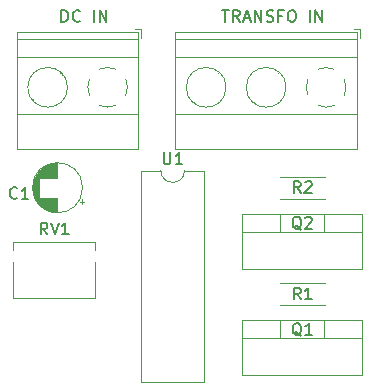
<source format=gbr>
%TF.GenerationSoftware,KiCad,Pcbnew,8.0.5*%
%TF.CreationDate,2024-12-29T01:36:02+03:00*%
%TF.ProjectId,DC to AC CD4047,44432074-6f20-4414-9320-434434303437,v01*%
%TF.SameCoordinates,Original*%
%TF.FileFunction,Legend,Top*%
%TF.FilePolarity,Positive*%
%FSLAX46Y46*%
G04 Gerber Fmt 4.6, Leading zero omitted, Abs format (unit mm)*
G04 Created by KiCad (PCBNEW 8.0.5) date 2024-12-29 01:36:02*
%MOMM*%
%LPD*%
G01*
G04 APERTURE LIST*
%ADD10C,0.150000*%
%ADD11C,0.120000*%
G04 APERTURE END LIST*
D10*
X136748095Y-76999819D02*
X136748095Y-77809342D01*
X136748095Y-77809342D02*
X136795714Y-77904580D01*
X136795714Y-77904580D02*
X136843333Y-77952200D01*
X136843333Y-77952200D02*
X136938571Y-77999819D01*
X136938571Y-77999819D02*
X137129047Y-77999819D01*
X137129047Y-77999819D02*
X137224285Y-77952200D01*
X137224285Y-77952200D02*
X137271904Y-77904580D01*
X137271904Y-77904580D02*
X137319523Y-77809342D01*
X137319523Y-77809342D02*
X137319523Y-76999819D01*
X138319523Y-77999819D02*
X137748095Y-77999819D01*
X138033809Y-77999819D02*
X138033809Y-76999819D01*
X138033809Y-76999819D02*
X137938571Y-77142676D01*
X137938571Y-77142676D02*
X137843333Y-77237914D01*
X137843333Y-77237914D02*
X137748095Y-77285533D01*
X126889761Y-83959819D02*
X126556428Y-83483628D01*
X126318333Y-83959819D02*
X126318333Y-82959819D01*
X126318333Y-82959819D02*
X126699285Y-82959819D01*
X126699285Y-82959819D02*
X126794523Y-83007438D01*
X126794523Y-83007438D02*
X126842142Y-83055057D01*
X126842142Y-83055057D02*
X126889761Y-83150295D01*
X126889761Y-83150295D02*
X126889761Y-83293152D01*
X126889761Y-83293152D02*
X126842142Y-83388390D01*
X126842142Y-83388390D02*
X126794523Y-83436009D01*
X126794523Y-83436009D02*
X126699285Y-83483628D01*
X126699285Y-83483628D02*
X126318333Y-83483628D01*
X127175476Y-82959819D02*
X127508809Y-83959819D01*
X127508809Y-83959819D02*
X127842142Y-82959819D01*
X128699285Y-83959819D02*
X128127857Y-83959819D01*
X128413571Y-83959819D02*
X128413571Y-82959819D01*
X128413571Y-82959819D02*
X128318333Y-83102676D01*
X128318333Y-83102676D02*
X128223095Y-83197914D01*
X128223095Y-83197914D02*
X128127857Y-83245533D01*
X148333333Y-80454819D02*
X148000000Y-79978628D01*
X147761905Y-80454819D02*
X147761905Y-79454819D01*
X147761905Y-79454819D02*
X148142857Y-79454819D01*
X148142857Y-79454819D02*
X148238095Y-79502438D01*
X148238095Y-79502438D02*
X148285714Y-79550057D01*
X148285714Y-79550057D02*
X148333333Y-79645295D01*
X148333333Y-79645295D02*
X148333333Y-79788152D01*
X148333333Y-79788152D02*
X148285714Y-79883390D01*
X148285714Y-79883390D02*
X148238095Y-79931009D01*
X148238095Y-79931009D02*
X148142857Y-79978628D01*
X148142857Y-79978628D02*
X147761905Y-79978628D01*
X148714286Y-79550057D02*
X148761905Y-79502438D01*
X148761905Y-79502438D02*
X148857143Y-79454819D01*
X148857143Y-79454819D02*
X149095238Y-79454819D01*
X149095238Y-79454819D02*
X149190476Y-79502438D01*
X149190476Y-79502438D02*
X149238095Y-79550057D01*
X149238095Y-79550057D02*
X149285714Y-79645295D01*
X149285714Y-79645295D02*
X149285714Y-79740533D01*
X149285714Y-79740533D02*
X149238095Y-79883390D01*
X149238095Y-79883390D02*
X148666667Y-80454819D01*
X148666667Y-80454819D02*
X149285714Y-80454819D01*
X148333333Y-89454819D02*
X148000000Y-88978628D01*
X147761905Y-89454819D02*
X147761905Y-88454819D01*
X147761905Y-88454819D02*
X148142857Y-88454819D01*
X148142857Y-88454819D02*
X148238095Y-88502438D01*
X148238095Y-88502438D02*
X148285714Y-88550057D01*
X148285714Y-88550057D02*
X148333333Y-88645295D01*
X148333333Y-88645295D02*
X148333333Y-88788152D01*
X148333333Y-88788152D02*
X148285714Y-88883390D01*
X148285714Y-88883390D02*
X148238095Y-88931009D01*
X148238095Y-88931009D02*
X148142857Y-88978628D01*
X148142857Y-88978628D02*
X147761905Y-88978628D01*
X149285714Y-89454819D02*
X148714286Y-89454819D01*
X149000000Y-89454819D02*
X149000000Y-88454819D01*
X149000000Y-88454819D02*
X148904762Y-88597676D01*
X148904762Y-88597676D02*
X148809524Y-88692914D01*
X148809524Y-88692914D02*
X148714286Y-88740533D01*
X148404761Y-83550057D02*
X148309523Y-83502438D01*
X148309523Y-83502438D02*
X148214285Y-83407200D01*
X148214285Y-83407200D02*
X148071428Y-83264342D01*
X148071428Y-83264342D02*
X147976190Y-83216723D01*
X147976190Y-83216723D02*
X147880952Y-83216723D01*
X147928571Y-83454819D02*
X147833333Y-83407200D01*
X147833333Y-83407200D02*
X147738095Y-83311961D01*
X147738095Y-83311961D02*
X147690476Y-83121485D01*
X147690476Y-83121485D02*
X147690476Y-82788152D01*
X147690476Y-82788152D02*
X147738095Y-82597676D01*
X147738095Y-82597676D02*
X147833333Y-82502438D01*
X147833333Y-82502438D02*
X147928571Y-82454819D01*
X147928571Y-82454819D02*
X148119047Y-82454819D01*
X148119047Y-82454819D02*
X148214285Y-82502438D01*
X148214285Y-82502438D02*
X148309523Y-82597676D01*
X148309523Y-82597676D02*
X148357142Y-82788152D01*
X148357142Y-82788152D02*
X148357142Y-83121485D01*
X148357142Y-83121485D02*
X148309523Y-83311961D01*
X148309523Y-83311961D02*
X148214285Y-83407200D01*
X148214285Y-83407200D02*
X148119047Y-83454819D01*
X148119047Y-83454819D02*
X147928571Y-83454819D01*
X148738095Y-82550057D02*
X148785714Y-82502438D01*
X148785714Y-82502438D02*
X148880952Y-82454819D01*
X148880952Y-82454819D02*
X149119047Y-82454819D01*
X149119047Y-82454819D02*
X149214285Y-82502438D01*
X149214285Y-82502438D02*
X149261904Y-82550057D01*
X149261904Y-82550057D02*
X149309523Y-82645295D01*
X149309523Y-82645295D02*
X149309523Y-82740533D01*
X149309523Y-82740533D02*
X149261904Y-82883390D01*
X149261904Y-82883390D02*
X148690476Y-83454819D01*
X148690476Y-83454819D02*
X149309523Y-83454819D01*
X148404761Y-92550057D02*
X148309523Y-92502438D01*
X148309523Y-92502438D02*
X148214285Y-92407200D01*
X148214285Y-92407200D02*
X148071428Y-92264342D01*
X148071428Y-92264342D02*
X147976190Y-92216723D01*
X147976190Y-92216723D02*
X147880952Y-92216723D01*
X147928571Y-92454819D02*
X147833333Y-92407200D01*
X147833333Y-92407200D02*
X147738095Y-92311961D01*
X147738095Y-92311961D02*
X147690476Y-92121485D01*
X147690476Y-92121485D02*
X147690476Y-91788152D01*
X147690476Y-91788152D02*
X147738095Y-91597676D01*
X147738095Y-91597676D02*
X147833333Y-91502438D01*
X147833333Y-91502438D02*
X147928571Y-91454819D01*
X147928571Y-91454819D02*
X148119047Y-91454819D01*
X148119047Y-91454819D02*
X148214285Y-91502438D01*
X148214285Y-91502438D02*
X148309523Y-91597676D01*
X148309523Y-91597676D02*
X148357142Y-91788152D01*
X148357142Y-91788152D02*
X148357142Y-92121485D01*
X148357142Y-92121485D02*
X148309523Y-92311961D01*
X148309523Y-92311961D02*
X148214285Y-92407200D01*
X148214285Y-92407200D02*
X148119047Y-92454819D01*
X148119047Y-92454819D02*
X147928571Y-92454819D01*
X149309523Y-92454819D02*
X148738095Y-92454819D01*
X149023809Y-92454819D02*
X149023809Y-91454819D01*
X149023809Y-91454819D02*
X148928571Y-91597676D01*
X148928571Y-91597676D02*
X148833333Y-91692914D01*
X148833333Y-91692914D02*
X148738095Y-91740533D01*
X128095238Y-65954819D02*
X128095238Y-64954819D01*
X128095238Y-64954819D02*
X128333333Y-64954819D01*
X128333333Y-64954819D02*
X128476190Y-65002438D01*
X128476190Y-65002438D02*
X128571428Y-65097676D01*
X128571428Y-65097676D02*
X128619047Y-65192914D01*
X128619047Y-65192914D02*
X128666666Y-65383390D01*
X128666666Y-65383390D02*
X128666666Y-65526247D01*
X128666666Y-65526247D02*
X128619047Y-65716723D01*
X128619047Y-65716723D02*
X128571428Y-65811961D01*
X128571428Y-65811961D02*
X128476190Y-65907200D01*
X128476190Y-65907200D02*
X128333333Y-65954819D01*
X128333333Y-65954819D02*
X128095238Y-65954819D01*
X129666666Y-65859580D02*
X129619047Y-65907200D01*
X129619047Y-65907200D02*
X129476190Y-65954819D01*
X129476190Y-65954819D02*
X129380952Y-65954819D01*
X129380952Y-65954819D02*
X129238095Y-65907200D01*
X129238095Y-65907200D02*
X129142857Y-65811961D01*
X129142857Y-65811961D02*
X129095238Y-65716723D01*
X129095238Y-65716723D02*
X129047619Y-65526247D01*
X129047619Y-65526247D02*
X129047619Y-65383390D01*
X129047619Y-65383390D02*
X129095238Y-65192914D01*
X129095238Y-65192914D02*
X129142857Y-65097676D01*
X129142857Y-65097676D02*
X129238095Y-65002438D01*
X129238095Y-65002438D02*
X129380952Y-64954819D01*
X129380952Y-64954819D02*
X129476190Y-64954819D01*
X129476190Y-64954819D02*
X129619047Y-65002438D01*
X129619047Y-65002438D02*
X129666666Y-65050057D01*
X130857143Y-65954819D02*
X130857143Y-64954819D01*
X131333333Y-65954819D02*
X131333333Y-64954819D01*
X131333333Y-64954819D02*
X131904761Y-65954819D01*
X131904761Y-65954819D02*
X131904761Y-64954819D01*
X141690476Y-64954819D02*
X142261904Y-64954819D01*
X141976190Y-65954819D02*
X141976190Y-64954819D01*
X143166666Y-65954819D02*
X142833333Y-65478628D01*
X142595238Y-65954819D02*
X142595238Y-64954819D01*
X142595238Y-64954819D02*
X142976190Y-64954819D01*
X142976190Y-64954819D02*
X143071428Y-65002438D01*
X143071428Y-65002438D02*
X143119047Y-65050057D01*
X143119047Y-65050057D02*
X143166666Y-65145295D01*
X143166666Y-65145295D02*
X143166666Y-65288152D01*
X143166666Y-65288152D02*
X143119047Y-65383390D01*
X143119047Y-65383390D02*
X143071428Y-65431009D01*
X143071428Y-65431009D02*
X142976190Y-65478628D01*
X142976190Y-65478628D02*
X142595238Y-65478628D01*
X143547619Y-65669104D02*
X144023809Y-65669104D01*
X143452381Y-65954819D02*
X143785714Y-64954819D01*
X143785714Y-64954819D02*
X144119047Y-65954819D01*
X144452381Y-65954819D02*
X144452381Y-64954819D01*
X144452381Y-64954819D02*
X145023809Y-65954819D01*
X145023809Y-65954819D02*
X145023809Y-64954819D01*
X145452381Y-65907200D02*
X145595238Y-65954819D01*
X145595238Y-65954819D02*
X145833333Y-65954819D01*
X145833333Y-65954819D02*
X145928571Y-65907200D01*
X145928571Y-65907200D02*
X145976190Y-65859580D01*
X145976190Y-65859580D02*
X146023809Y-65764342D01*
X146023809Y-65764342D02*
X146023809Y-65669104D01*
X146023809Y-65669104D02*
X145976190Y-65573866D01*
X145976190Y-65573866D02*
X145928571Y-65526247D01*
X145928571Y-65526247D02*
X145833333Y-65478628D01*
X145833333Y-65478628D02*
X145642857Y-65431009D01*
X145642857Y-65431009D02*
X145547619Y-65383390D01*
X145547619Y-65383390D02*
X145500000Y-65335771D01*
X145500000Y-65335771D02*
X145452381Y-65240533D01*
X145452381Y-65240533D02*
X145452381Y-65145295D01*
X145452381Y-65145295D02*
X145500000Y-65050057D01*
X145500000Y-65050057D02*
X145547619Y-65002438D01*
X145547619Y-65002438D02*
X145642857Y-64954819D01*
X145642857Y-64954819D02*
X145880952Y-64954819D01*
X145880952Y-64954819D02*
X146023809Y-65002438D01*
X146785714Y-65431009D02*
X146452381Y-65431009D01*
X146452381Y-65954819D02*
X146452381Y-64954819D01*
X146452381Y-64954819D02*
X146928571Y-64954819D01*
X147500000Y-64954819D02*
X147690476Y-64954819D01*
X147690476Y-64954819D02*
X147785714Y-65002438D01*
X147785714Y-65002438D02*
X147880952Y-65097676D01*
X147880952Y-65097676D02*
X147928571Y-65288152D01*
X147928571Y-65288152D02*
X147928571Y-65621485D01*
X147928571Y-65621485D02*
X147880952Y-65811961D01*
X147880952Y-65811961D02*
X147785714Y-65907200D01*
X147785714Y-65907200D02*
X147690476Y-65954819D01*
X147690476Y-65954819D02*
X147500000Y-65954819D01*
X147500000Y-65954819D02*
X147404762Y-65907200D01*
X147404762Y-65907200D02*
X147309524Y-65811961D01*
X147309524Y-65811961D02*
X147261905Y-65621485D01*
X147261905Y-65621485D02*
X147261905Y-65288152D01*
X147261905Y-65288152D02*
X147309524Y-65097676D01*
X147309524Y-65097676D02*
X147404762Y-65002438D01*
X147404762Y-65002438D02*
X147500000Y-64954819D01*
X149119048Y-65954819D02*
X149119048Y-64954819D01*
X149595238Y-65954819D02*
X149595238Y-64954819D01*
X149595238Y-64954819D02*
X150166666Y-65954819D01*
X150166666Y-65954819D02*
X150166666Y-64954819D01*
X124333333Y-80859580D02*
X124285714Y-80907200D01*
X124285714Y-80907200D02*
X124142857Y-80954819D01*
X124142857Y-80954819D02*
X124047619Y-80954819D01*
X124047619Y-80954819D02*
X123904762Y-80907200D01*
X123904762Y-80907200D02*
X123809524Y-80811961D01*
X123809524Y-80811961D02*
X123761905Y-80716723D01*
X123761905Y-80716723D02*
X123714286Y-80526247D01*
X123714286Y-80526247D02*
X123714286Y-80383390D01*
X123714286Y-80383390D02*
X123761905Y-80192914D01*
X123761905Y-80192914D02*
X123809524Y-80097676D01*
X123809524Y-80097676D02*
X123904762Y-80002438D01*
X123904762Y-80002438D02*
X124047619Y-79954819D01*
X124047619Y-79954819D02*
X124142857Y-79954819D01*
X124142857Y-79954819D02*
X124285714Y-80002438D01*
X124285714Y-80002438D02*
X124333333Y-80050057D01*
X125285714Y-80954819D02*
X124714286Y-80954819D01*
X125000000Y-80954819D02*
X125000000Y-79954819D01*
X125000000Y-79954819D02*
X124904762Y-80097676D01*
X124904762Y-80097676D02*
X124809524Y-80192914D01*
X124809524Y-80192914D02*
X124714286Y-80240533D01*
D11*
%TO.C,U1*%
X138510000Y-78545000D02*
G75*
G02*
X136510000Y-78545000I-1000000J0D01*
G01*
X140160000Y-96445000D02*
X140160000Y-78545000D01*
X140160000Y-78545000D02*
X138510000Y-78545000D01*
X136510000Y-78545000D02*
X134860000Y-78545000D01*
X134860000Y-96445000D02*
X140160000Y-96445000D01*
X134860000Y-78545000D02*
X134860000Y-96445000D01*
%TO.C,RV1*%
X124010000Y-84635000D02*
X124010000Y-85280000D01*
X124010000Y-84635000D02*
X130960000Y-84635000D01*
X124010000Y-86270000D02*
X124010000Y-89375000D01*
X124010000Y-89375000D02*
X130960000Y-89375000D01*
X130960000Y-84635000D02*
X130960000Y-85280000D01*
X130960000Y-86270000D02*
X130960000Y-89375000D01*
%TO.C,R2*%
X146580000Y-80920000D02*
X150420000Y-80920000D01*
X146580000Y-79080000D02*
X150420000Y-79080000D01*
%TO.C,R1*%
X146580000Y-88080000D02*
X150420000Y-88080000D01*
X146580000Y-89920000D02*
X150420000Y-89920000D01*
%TO.C,Q2*%
X153580000Y-82230000D02*
X153580000Y-86871000D01*
X150311000Y-82230000D02*
X150311000Y-83740000D01*
X146610000Y-82230000D02*
X146610000Y-83740000D01*
X143340000Y-86871000D02*
X153580000Y-86871000D01*
X143340000Y-83740000D02*
X153580000Y-83740000D01*
X143340000Y-82230000D02*
X153580000Y-82230000D01*
X143340000Y-82230000D02*
X143340000Y-86871000D01*
%TO.C,Q1*%
X143340000Y-91230000D02*
X143340000Y-95871000D01*
X143340000Y-91230000D02*
X153580000Y-91230000D01*
X143340000Y-92740000D02*
X153580000Y-92740000D01*
X143340000Y-95871000D02*
X153580000Y-95871000D01*
X146610000Y-91230000D02*
X146610000Y-92740000D01*
X150311000Y-91230000D02*
X150311000Y-92740000D01*
X153580000Y-91230000D02*
X153580000Y-95871000D01*
%TO.C,DC IN*%
X134840000Y-67340000D02*
X134840000Y-66600000D01*
X134840000Y-66600000D02*
X134340000Y-66600000D01*
X134600000Y-76761000D02*
X134600000Y-66840000D01*
X134600000Y-76761000D02*
X124320000Y-76761000D01*
X134600000Y-73801000D02*
X124320000Y-73801000D01*
X134600000Y-68900000D02*
X124320000Y-68900000D01*
X134600000Y-67400000D02*
X124320000Y-67400000D01*
X134600000Y-66840000D02*
X124320000Y-66840000D01*
X128147000Y-70477000D02*
X128194000Y-70431000D01*
X127954000Y-70261000D02*
X127989000Y-70226000D01*
X125850000Y-72775000D02*
X125885000Y-72739000D01*
X125645000Y-72569000D02*
X125692000Y-72523000D01*
X124320000Y-76761000D02*
X124320000Y-66840000D01*
X133535427Y-70816958D02*
G75*
G02*
X133535000Y-72184000I-1535420J-683041D01*
G01*
X132683042Y-73035427D02*
G75*
G02*
X131316000Y-73035000I-683041J1535420D01*
G01*
X131971195Y-69819747D02*
G75*
G02*
X132684000Y-69965000I28806J-1680254D01*
G01*
X131316682Y-69965244D02*
G75*
G02*
X132000000Y-69820000I683318J-1534756D01*
G01*
X130464573Y-72183042D02*
G75*
G02*
X130465000Y-70816000I1535427J683042D01*
G01*
X128600000Y-71500000D02*
G75*
G02*
X125240000Y-71500000I-1680000J0D01*
G01*
X125240000Y-71500000D02*
G75*
G02*
X128600000Y-71500000I1680000J0D01*
G01*
%TO.C,TRANSFO IN*%
X153340000Y-67340000D02*
X153340000Y-66600000D01*
X153340000Y-66600000D02*
X152840000Y-66600000D01*
X153100000Y-76761000D02*
X153100000Y-66840000D01*
X153100000Y-76761000D02*
X137740000Y-76761000D01*
X153100000Y-73801000D02*
X137740000Y-73801000D01*
X153100000Y-68900000D02*
X137740000Y-68900000D01*
X153100000Y-67400000D02*
X137740000Y-67400000D01*
X153100000Y-66840000D02*
X137740000Y-66840000D01*
X146647000Y-70477000D02*
X146694000Y-70431000D01*
X146454000Y-70261000D02*
X146489000Y-70226000D01*
X144350000Y-72775000D02*
X144385000Y-72739000D01*
X144145000Y-72569000D02*
X144192000Y-72523000D01*
X141567000Y-70477000D02*
X141614000Y-70431000D01*
X141374000Y-70261000D02*
X141409000Y-70226000D01*
X139270000Y-72775000D02*
X139305000Y-72739000D01*
X139065000Y-72569000D02*
X139112000Y-72523000D01*
X137740000Y-76761000D02*
X137740000Y-66840000D01*
X152035427Y-70816958D02*
G75*
G02*
X152035000Y-72184000I-1535420J-683041D01*
G01*
X151183042Y-73035427D02*
G75*
G02*
X149816000Y-73035000I-683041J1535420D01*
G01*
X150471195Y-69819747D02*
G75*
G02*
X151184000Y-69965000I28806J-1680254D01*
G01*
X149816682Y-69965244D02*
G75*
G02*
X150500000Y-69820000I683318J-1534756D01*
G01*
X148964573Y-72183042D02*
G75*
G02*
X148965000Y-70816000I1535427J683042D01*
G01*
X147100000Y-71500000D02*
G75*
G02*
X143740000Y-71500000I-1680000J0D01*
G01*
X143740000Y-71500000D02*
G75*
G02*
X147100000Y-71500000I1680000J0D01*
G01*
X142020000Y-71500000D02*
G75*
G02*
X138660000Y-71500000I-1680000J0D01*
G01*
X138660000Y-71500000D02*
G75*
G02*
X142020000Y-71500000I1680000J0D01*
G01*
%TO.C,C1*%
X130019801Y-81195000D02*
X129619801Y-81195000D01*
X129819801Y-81395000D02*
X129819801Y-80995000D01*
X127750000Y-82080000D02*
X127750000Y-80840000D01*
X127750000Y-79160000D02*
X127750000Y-77920000D01*
X127710000Y-82080000D02*
X127710000Y-80840000D01*
X127710000Y-79160000D02*
X127710000Y-77920000D01*
X127670000Y-82079000D02*
X127670000Y-80840000D01*
X127670000Y-79160000D02*
X127670000Y-77921000D01*
X127630000Y-82077000D02*
X127630000Y-80840000D01*
X127630000Y-79160000D02*
X127630000Y-77923000D01*
X127590000Y-82074000D02*
X127590000Y-80840000D01*
X127590000Y-79160000D02*
X127590000Y-77926000D01*
X127550000Y-82071000D02*
X127550000Y-80840000D01*
X127550000Y-79160000D02*
X127550000Y-77929000D01*
X127510000Y-82067000D02*
X127510000Y-80840000D01*
X127510000Y-79160000D02*
X127510000Y-77933000D01*
X127470000Y-82062000D02*
X127470000Y-80840000D01*
X127470000Y-79160000D02*
X127470000Y-77938000D01*
X127430000Y-82056000D02*
X127430000Y-80840000D01*
X127430000Y-79160000D02*
X127430000Y-77944000D01*
X127390000Y-82050000D02*
X127390000Y-80840000D01*
X127390000Y-79160000D02*
X127390000Y-77950000D01*
X127350000Y-82042000D02*
X127350000Y-80840000D01*
X127350000Y-79160000D02*
X127350000Y-77958000D01*
X127310000Y-82034000D02*
X127310000Y-80840000D01*
X127310000Y-79160000D02*
X127310000Y-77966000D01*
X127270000Y-82025000D02*
X127270000Y-80840000D01*
X127270000Y-79160000D02*
X127270000Y-77975000D01*
X127230000Y-82016000D02*
X127230000Y-80840000D01*
X127230000Y-79160000D02*
X127230000Y-77984000D01*
X127190000Y-82005000D02*
X127190000Y-80840000D01*
X127190000Y-79160000D02*
X127190000Y-77995000D01*
X127150000Y-81994000D02*
X127150000Y-80840000D01*
X127150000Y-79160000D02*
X127150000Y-78006000D01*
X127110000Y-81982000D02*
X127110000Y-80840000D01*
X127110000Y-79160000D02*
X127110000Y-78018000D01*
X127070000Y-81968000D02*
X127070000Y-80840000D01*
X127070000Y-79160000D02*
X127070000Y-78032000D01*
X127029000Y-81954000D02*
X127029000Y-80840000D01*
X127029000Y-79160000D02*
X127029000Y-78046000D01*
X126989000Y-81940000D02*
X126989000Y-80840000D01*
X126989000Y-79160000D02*
X126989000Y-78060000D01*
X126949000Y-81924000D02*
X126949000Y-80840000D01*
X126949000Y-79160000D02*
X126949000Y-78076000D01*
X126909000Y-81907000D02*
X126909000Y-80840000D01*
X126909000Y-79160000D02*
X126909000Y-78093000D01*
X126869000Y-81889000D02*
X126869000Y-80840000D01*
X126869000Y-79160000D02*
X126869000Y-78111000D01*
X126829000Y-81870000D02*
X126829000Y-80840000D01*
X126829000Y-79160000D02*
X126829000Y-78130000D01*
X126789000Y-81851000D02*
X126789000Y-80840000D01*
X126789000Y-79160000D02*
X126789000Y-78149000D01*
X126749000Y-81830000D02*
X126749000Y-80840000D01*
X126749000Y-79160000D02*
X126749000Y-78170000D01*
X126709000Y-81808000D02*
X126709000Y-80840000D01*
X126709000Y-79160000D02*
X126709000Y-78192000D01*
X126669000Y-81785000D02*
X126669000Y-80840000D01*
X126669000Y-79160000D02*
X126669000Y-78215000D01*
X126629000Y-81760000D02*
X126629000Y-80840000D01*
X126629000Y-79160000D02*
X126629000Y-78240000D01*
X126589000Y-81735000D02*
X126589000Y-80840000D01*
X126589000Y-79160000D02*
X126589000Y-78265000D01*
X126549000Y-81708000D02*
X126549000Y-80840000D01*
X126549000Y-79160000D02*
X126549000Y-78292000D01*
X126509000Y-81680000D02*
X126509000Y-80840000D01*
X126509000Y-79160000D02*
X126509000Y-78320000D01*
X126469000Y-81650000D02*
X126469000Y-80840000D01*
X126469000Y-79160000D02*
X126469000Y-78350000D01*
X126429000Y-81619000D02*
X126429000Y-80840000D01*
X126429000Y-79160000D02*
X126429000Y-78381000D01*
X126389000Y-81587000D02*
X126389000Y-80840000D01*
X126389000Y-79160000D02*
X126389000Y-78413000D01*
X126349000Y-81552000D02*
X126349000Y-80840000D01*
X126349000Y-79160000D02*
X126349000Y-78448000D01*
X126309000Y-81516000D02*
X126309000Y-80840000D01*
X126309000Y-79160000D02*
X126309000Y-78484000D01*
X126269000Y-81478000D02*
X126269000Y-80840000D01*
X126269000Y-79160000D02*
X126269000Y-78522000D01*
X126229000Y-81438000D02*
X126229000Y-80840000D01*
X126229000Y-79160000D02*
X126229000Y-78562000D01*
X126189000Y-81396000D02*
X126189000Y-80840000D01*
X126189000Y-79160000D02*
X126189000Y-78604000D01*
X126149000Y-81351000D02*
X126149000Y-78649000D01*
X126109000Y-81304000D02*
X126109000Y-78696000D01*
X126069000Y-81254000D02*
X126069000Y-78746000D01*
X126029000Y-81200000D02*
X126029000Y-78800000D01*
X125989000Y-81142000D02*
X125989000Y-78858000D01*
X125949000Y-81080000D02*
X125949000Y-78920000D01*
X125909000Y-81013000D02*
X125909000Y-78987000D01*
X125869000Y-80940000D02*
X125869000Y-79060000D01*
X125829000Y-80859000D02*
X125829000Y-79141000D01*
X125789000Y-80768000D02*
X125789000Y-79232000D01*
X125749000Y-80664000D02*
X125749000Y-79336000D01*
X125709000Y-80537000D02*
X125709000Y-79463000D01*
X125669000Y-80370000D02*
X125669000Y-79630000D01*
X129870000Y-80000000D02*
G75*
G02*
X125630000Y-80000000I-2120000J0D01*
G01*
X125630000Y-80000000D02*
G75*
G02*
X129870000Y-80000000I2120000J0D01*
G01*
%TD*%
M02*

</source>
